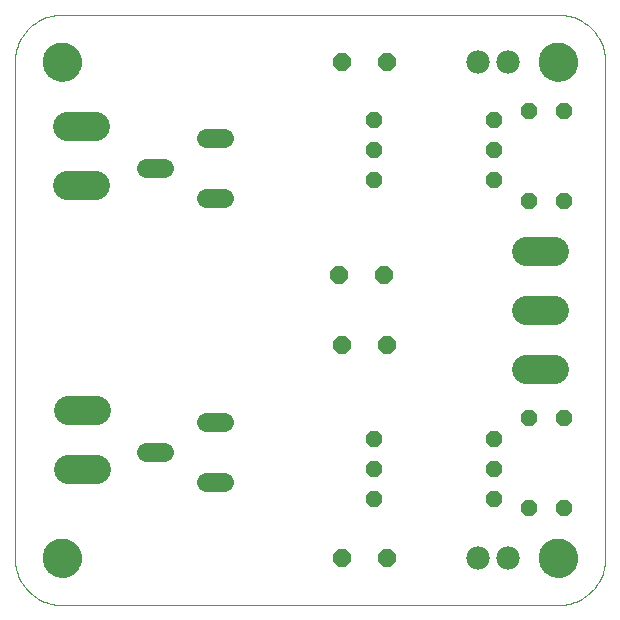
<source format=gts>
G75*
G70*
%OFA0B0*%
%FSLAX24Y24*%
%IPPOS*%
%LPD*%
%AMOC8*
5,1,8,0,0,1.08239X$1,22.5*
%
%ADD10C,0.0000*%
%ADD11C,0.1300*%
%ADD12C,0.0977*%
%ADD13OC8,0.0520*%
%ADD14C,0.0780*%
%ADD15OC8,0.0580*%
%ADD16C,0.0640*%
D10*
X005612Y004990D02*
X005612Y021526D01*
X006557Y021526D02*
X006559Y021576D01*
X006565Y021626D01*
X006575Y021675D01*
X006589Y021723D01*
X006606Y021770D01*
X006627Y021815D01*
X006652Y021859D01*
X006680Y021900D01*
X006712Y021939D01*
X006746Y021976D01*
X006783Y022010D01*
X006823Y022040D01*
X006865Y022067D01*
X006909Y022091D01*
X006955Y022112D01*
X007002Y022128D01*
X007050Y022141D01*
X007100Y022150D01*
X007149Y022155D01*
X007200Y022156D01*
X007250Y022153D01*
X007299Y022146D01*
X007348Y022135D01*
X007396Y022120D01*
X007442Y022102D01*
X007487Y022080D01*
X007530Y022054D01*
X007571Y022025D01*
X007610Y021993D01*
X007646Y021958D01*
X007678Y021920D01*
X007708Y021880D01*
X007735Y021837D01*
X007758Y021793D01*
X007777Y021747D01*
X007793Y021699D01*
X007805Y021650D01*
X007813Y021601D01*
X007817Y021551D01*
X007817Y021501D01*
X007813Y021451D01*
X007805Y021402D01*
X007793Y021353D01*
X007777Y021305D01*
X007758Y021259D01*
X007735Y021215D01*
X007708Y021172D01*
X007678Y021132D01*
X007646Y021094D01*
X007610Y021059D01*
X007571Y021027D01*
X007530Y020998D01*
X007487Y020972D01*
X007442Y020950D01*
X007396Y020932D01*
X007348Y020917D01*
X007299Y020906D01*
X007250Y020899D01*
X007200Y020896D01*
X007149Y020897D01*
X007100Y020902D01*
X007050Y020911D01*
X007002Y020924D01*
X006955Y020940D01*
X006909Y020961D01*
X006865Y020985D01*
X006823Y021012D01*
X006783Y021042D01*
X006746Y021076D01*
X006712Y021113D01*
X006680Y021152D01*
X006652Y021193D01*
X006627Y021237D01*
X006606Y021282D01*
X006589Y021329D01*
X006575Y021377D01*
X006565Y021426D01*
X006559Y021476D01*
X006557Y021526D01*
X005612Y021526D02*
X005614Y021603D01*
X005620Y021680D01*
X005629Y021757D01*
X005642Y021833D01*
X005659Y021909D01*
X005680Y021983D01*
X005704Y022057D01*
X005732Y022129D01*
X005763Y022199D01*
X005798Y022268D01*
X005836Y022336D01*
X005877Y022401D01*
X005922Y022464D01*
X005970Y022525D01*
X006020Y022584D01*
X006073Y022640D01*
X006129Y022693D01*
X006188Y022743D01*
X006249Y022791D01*
X006312Y022836D01*
X006377Y022877D01*
X006445Y022915D01*
X006514Y022950D01*
X006584Y022981D01*
X006656Y023009D01*
X006730Y023033D01*
X006804Y023054D01*
X006880Y023071D01*
X006956Y023084D01*
X007033Y023093D01*
X007110Y023099D01*
X007187Y023101D01*
X023722Y023101D01*
X023092Y021526D02*
X023094Y021576D01*
X023100Y021626D01*
X023110Y021675D01*
X023124Y021723D01*
X023141Y021770D01*
X023162Y021815D01*
X023187Y021859D01*
X023215Y021900D01*
X023247Y021939D01*
X023281Y021976D01*
X023318Y022010D01*
X023358Y022040D01*
X023400Y022067D01*
X023444Y022091D01*
X023490Y022112D01*
X023537Y022128D01*
X023585Y022141D01*
X023635Y022150D01*
X023684Y022155D01*
X023735Y022156D01*
X023785Y022153D01*
X023834Y022146D01*
X023883Y022135D01*
X023931Y022120D01*
X023977Y022102D01*
X024022Y022080D01*
X024065Y022054D01*
X024106Y022025D01*
X024145Y021993D01*
X024181Y021958D01*
X024213Y021920D01*
X024243Y021880D01*
X024270Y021837D01*
X024293Y021793D01*
X024312Y021747D01*
X024328Y021699D01*
X024340Y021650D01*
X024348Y021601D01*
X024352Y021551D01*
X024352Y021501D01*
X024348Y021451D01*
X024340Y021402D01*
X024328Y021353D01*
X024312Y021305D01*
X024293Y021259D01*
X024270Y021215D01*
X024243Y021172D01*
X024213Y021132D01*
X024181Y021094D01*
X024145Y021059D01*
X024106Y021027D01*
X024065Y020998D01*
X024022Y020972D01*
X023977Y020950D01*
X023931Y020932D01*
X023883Y020917D01*
X023834Y020906D01*
X023785Y020899D01*
X023735Y020896D01*
X023684Y020897D01*
X023635Y020902D01*
X023585Y020911D01*
X023537Y020924D01*
X023490Y020940D01*
X023444Y020961D01*
X023400Y020985D01*
X023358Y021012D01*
X023318Y021042D01*
X023281Y021076D01*
X023247Y021113D01*
X023215Y021152D01*
X023187Y021193D01*
X023162Y021237D01*
X023141Y021282D01*
X023124Y021329D01*
X023110Y021377D01*
X023100Y021426D01*
X023094Y021476D01*
X023092Y021526D01*
X023722Y023101D02*
X023799Y023099D01*
X023876Y023093D01*
X023953Y023084D01*
X024029Y023071D01*
X024105Y023054D01*
X024179Y023033D01*
X024253Y023009D01*
X024325Y022981D01*
X024395Y022950D01*
X024464Y022915D01*
X024532Y022877D01*
X024597Y022836D01*
X024660Y022791D01*
X024721Y022743D01*
X024780Y022693D01*
X024836Y022640D01*
X024889Y022584D01*
X024939Y022525D01*
X024987Y022464D01*
X025032Y022401D01*
X025073Y022336D01*
X025111Y022268D01*
X025146Y022199D01*
X025177Y022129D01*
X025205Y022057D01*
X025229Y021983D01*
X025250Y021909D01*
X025267Y021833D01*
X025280Y021757D01*
X025289Y021680D01*
X025295Y021603D01*
X025297Y021526D01*
X025297Y004990D01*
X023092Y004990D02*
X023094Y005040D01*
X023100Y005090D01*
X023110Y005139D01*
X023124Y005187D01*
X023141Y005234D01*
X023162Y005279D01*
X023187Y005323D01*
X023215Y005364D01*
X023247Y005403D01*
X023281Y005440D01*
X023318Y005474D01*
X023358Y005504D01*
X023400Y005531D01*
X023444Y005555D01*
X023490Y005576D01*
X023537Y005592D01*
X023585Y005605D01*
X023635Y005614D01*
X023684Y005619D01*
X023735Y005620D01*
X023785Y005617D01*
X023834Y005610D01*
X023883Y005599D01*
X023931Y005584D01*
X023977Y005566D01*
X024022Y005544D01*
X024065Y005518D01*
X024106Y005489D01*
X024145Y005457D01*
X024181Y005422D01*
X024213Y005384D01*
X024243Y005344D01*
X024270Y005301D01*
X024293Y005257D01*
X024312Y005211D01*
X024328Y005163D01*
X024340Y005114D01*
X024348Y005065D01*
X024352Y005015D01*
X024352Y004965D01*
X024348Y004915D01*
X024340Y004866D01*
X024328Y004817D01*
X024312Y004769D01*
X024293Y004723D01*
X024270Y004679D01*
X024243Y004636D01*
X024213Y004596D01*
X024181Y004558D01*
X024145Y004523D01*
X024106Y004491D01*
X024065Y004462D01*
X024022Y004436D01*
X023977Y004414D01*
X023931Y004396D01*
X023883Y004381D01*
X023834Y004370D01*
X023785Y004363D01*
X023735Y004360D01*
X023684Y004361D01*
X023635Y004366D01*
X023585Y004375D01*
X023537Y004388D01*
X023490Y004404D01*
X023444Y004425D01*
X023400Y004449D01*
X023358Y004476D01*
X023318Y004506D01*
X023281Y004540D01*
X023247Y004577D01*
X023215Y004616D01*
X023187Y004657D01*
X023162Y004701D01*
X023141Y004746D01*
X023124Y004793D01*
X023110Y004841D01*
X023100Y004890D01*
X023094Y004940D01*
X023092Y004990D01*
X023722Y003415D02*
X023799Y003417D01*
X023876Y003423D01*
X023953Y003432D01*
X024029Y003445D01*
X024105Y003462D01*
X024179Y003483D01*
X024253Y003507D01*
X024325Y003535D01*
X024395Y003566D01*
X024464Y003601D01*
X024532Y003639D01*
X024597Y003680D01*
X024660Y003725D01*
X024721Y003773D01*
X024780Y003823D01*
X024836Y003876D01*
X024889Y003932D01*
X024939Y003991D01*
X024987Y004052D01*
X025032Y004115D01*
X025073Y004180D01*
X025111Y004248D01*
X025146Y004317D01*
X025177Y004387D01*
X025205Y004459D01*
X025229Y004533D01*
X025250Y004607D01*
X025267Y004683D01*
X025280Y004759D01*
X025289Y004836D01*
X025295Y004913D01*
X025297Y004990D01*
X023722Y003416D02*
X007187Y003416D01*
X006557Y004990D02*
X006559Y005040D01*
X006565Y005090D01*
X006575Y005139D01*
X006589Y005187D01*
X006606Y005234D01*
X006627Y005279D01*
X006652Y005323D01*
X006680Y005364D01*
X006712Y005403D01*
X006746Y005440D01*
X006783Y005474D01*
X006823Y005504D01*
X006865Y005531D01*
X006909Y005555D01*
X006955Y005576D01*
X007002Y005592D01*
X007050Y005605D01*
X007100Y005614D01*
X007149Y005619D01*
X007200Y005620D01*
X007250Y005617D01*
X007299Y005610D01*
X007348Y005599D01*
X007396Y005584D01*
X007442Y005566D01*
X007487Y005544D01*
X007530Y005518D01*
X007571Y005489D01*
X007610Y005457D01*
X007646Y005422D01*
X007678Y005384D01*
X007708Y005344D01*
X007735Y005301D01*
X007758Y005257D01*
X007777Y005211D01*
X007793Y005163D01*
X007805Y005114D01*
X007813Y005065D01*
X007817Y005015D01*
X007817Y004965D01*
X007813Y004915D01*
X007805Y004866D01*
X007793Y004817D01*
X007777Y004769D01*
X007758Y004723D01*
X007735Y004679D01*
X007708Y004636D01*
X007678Y004596D01*
X007646Y004558D01*
X007610Y004523D01*
X007571Y004491D01*
X007530Y004462D01*
X007487Y004436D01*
X007442Y004414D01*
X007396Y004396D01*
X007348Y004381D01*
X007299Y004370D01*
X007250Y004363D01*
X007200Y004360D01*
X007149Y004361D01*
X007100Y004366D01*
X007050Y004375D01*
X007002Y004388D01*
X006955Y004404D01*
X006909Y004425D01*
X006865Y004449D01*
X006823Y004476D01*
X006783Y004506D01*
X006746Y004540D01*
X006712Y004577D01*
X006680Y004616D01*
X006652Y004657D01*
X006627Y004701D01*
X006606Y004746D01*
X006589Y004793D01*
X006575Y004841D01*
X006565Y004890D01*
X006559Y004940D01*
X006557Y004990D01*
X005612Y004990D02*
X005614Y004913D01*
X005620Y004836D01*
X005629Y004759D01*
X005642Y004683D01*
X005659Y004607D01*
X005680Y004533D01*
X005704Y004459D01*
X005732Y004387D01*
X005763Y004317D01*
X005798Y004248D01*
X005836Y004180D01*
X005877Y004115D01*
X005922Y004052D01*
X005970Y003991D01*
X006020Y003932D01*
X006073Y003876D01*
X006129Y003823D01*
X006188Y003773D01*
X006249Y003725D01*
X006312Y003680D01*
X006377Y003639D01*
X006445Y003601D01*
X006514Y003566D01*
X006584Y003535D01*
X006656Y003507D01*
X006730Y003483D01*
X006804Y003462D01*
X006880Y003445D01*
X006956Y003432D01*
X007033Y003423D01*
X007110Y003417D01*
X007187Y003415D01*
D11*
X007187Y004990D03*
X023722Y004990D03*
X023722Y021526D03*
X007187Y021526D03*
D12*
X007363Y019387D02*
X008300Y019387D01*
X008300Y017419D02*
X007363Y017419D01*
X007375Y009912D02*
X008312Y009912D01*
X008312Y007943D02*
X007375Y007943D01*
X022643Y011290D02*
X023580Y011290D01*
X023580Y013258D02*
X022643Y013258D01*
X022643Y015227D02*
X023580Y015227D01*
D13*
X023919Y016876D03*
X022738Y016876D03*
X021588Y017573D03*
X021588Y018573D03*
X021588Y019573D03*
X022738Y019876D03*
X023919Y019876D03*
X017588Y019573D03*
X017588Y018573D03*
X017588Y017573D03*
X022738Y009640D03*
X023919Y009640D03*
X021588Y008943D03*
X021588Y007943D03*
X021588Y006943D03*
X022738Y006640D03*
X023919Y006640D03*
X017588Y006943D03*
X017588Y007943D03*
X017588Y008943D03*
D14*
X021057Y004990D03*
X022057Y004990D03*
X022057Y021526D03*
X021057Y021526D03*
D15*
X018029Y021526D03*
X016529Y021526D03*
X016431Y014439D03*
X017931Y014439D03*
X018029Y012077D03*
X016529Y012077D03*
X016529Y004990D03*
X018029Y004990D03*
D16*
X012589Y007534D02*
X011989Y007534D01*
X010589Y008534D02*
X009989Y008534D01*
X011989Y009534D02*
X012589Y009534D01*
X012589Y016983D02*
X011989Y016983D01*
X010589Y017983D02*
X009989Y017983D01*
X011989Y018983D02*
X012589Y018983D01*
M02*

</source>
